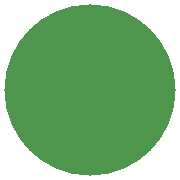
<source format=gts>
G04 #@! TF.GenerationSoftware,KiCad,Pcbnew,(6.0.2)*
G04 #@! TF.CreationDate,2023-03-16T16:21:51-07:00*
G04 #@! TF.ProjectId,dingle-bop,64696e67-6c65-42d6-926f-702e6b696361,rev?*
G04 #@! TF.SameCoordinates,Original*
G04 #@! TF.FileFunction,Soldermask,Top*
G04 #@! TF.FilePolarity,Negative*
%FSLAX46Y46*%
G04 Gerber Fmt 4.6, Leading zero omitted, Abs format (unit mm)*
G04 Created by KiCad (PCBNEW (6.0.2)) date 2023-03-16 16:21:51*
%MOMM*%
%LPD*%
G01*
G04 APERTURE LIST*
%ADD10C,14.500000*%
G04 APERTURE END LIST*
D10*
X146400000Y-78800000D03*
M02*

</source>
